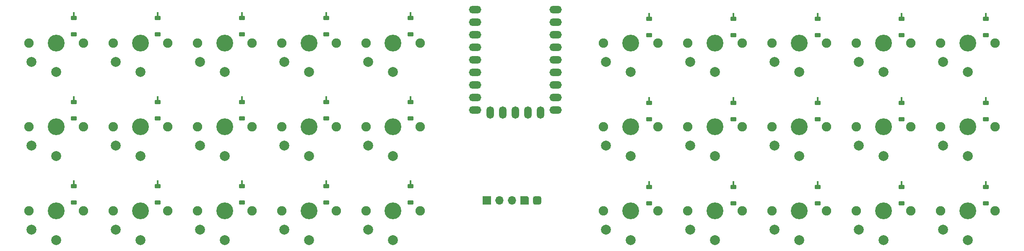
<source format=gbs>
%TF.GenerationSoftware,KiCad,Pcbnew,7.0.2*%
%TF.CreationDate,2023-06-15T14:07:21-05:00*%
%TF.ProjectId,Capsule,43617073-756c-4652-9e6b-696361645f70,1.0*%
%TF.SameCoordinates,Original*%
%TF.FileFunction,Soldermask,Bot*%
%TF.FilePolarity,Negative*%
%FSLAX46Y46*%
G04 Gerber Fmt 4.6, Leading zero omitted, Abs format (unit mm)*
G04 Created by KiCad (PCBNEW 7.0.2) date 2023-06-15 14:07:21*
%MOMM*%
%LPD*%
G01*
G04 APERTURE LIST*
G04 Aperture macros list*
%AMRoundRect*
0 Rectangle with rounded corners*
0 $1 Rounding radius*
0 $2 $3 $4 $5 $6 $7 $8 $9 X,Y pos of 4 corners*
0 Add a 4 corners polygon primitive as box body*
4,1,4,$2,$3,$4,$5,$6,$7,$8,$9,$2,$3,0*
0 Add four circle primitives for the rounded corners*
1,1,$1+$1,$2,$3*
1,1,$1+$1,$4,$5*
1,1,$1+$1,$6,$7*
1,1,$1+$1,$8,$9*
0 Add four rect primitives between the rounded corners*
20,1,$1+$1,$2,$3,$4,$5,0*
20,1,$1+$1,$4,$5,$6,$7,0*
20,1,$1+$1,$6,$7,$8,$9,0*
20,1,$1+$1,$8,$9,$2,$3,0*%
%AMOutline5P*
0 Free polygon, 5 corners , with rotation*
0 The origin of the aperture is its center*
0 number of corners: always 5*
0 $1 to $10 corner X, Y*
0 $11 Rotation angle, in degrees counterclockwise*
0 create outline with 5 corners*
4,1,5,$1,$2,$3,$4,$5,$6,$7,$8,$9,$10,$1,$2,$11*%
%AMOutline6P*
0 Free polygon, 6 corners , with rotation*
0 The origin of the aperture is its center*
0 number of corners: always 6*
0 $1 to $12 corner X, Y*
0 $13 Rotation angle, in degrees counterclockwise*
0 create outline with 6 corners*
4,1,6,$1,$2,$3,$4,$5,$6,$7,$8,$9,$10,$11,$12,$1,$2,$13*%
%AMOutline7P*
0 Free polygon, 7 corners , with rotation*
0 The origin of the aperture is its center*
0 number of corners: always 7*
0 $1 to $14 corner X, Y*
0 $15 Rotation angle, in degrees counterclockwise*
0 create outline with 7 corners*
4,1,7,$1,$2,$3,$4,$5,$6,$7,$8,$9,$10,$11,$12,$13,$14,$1,$2,$15*%
%AMOutline8P*
0 Free polygon, 8 corners , with rotation*
0 The origin of the aperture is its center*
0 number of corners: always 8*
0 $1 to $16 corner X, Y*
0 $17 Rotation angle, in degrees counterclockwise*
0 create outline with 8 corners*
4,1,8,$1,$2,$3,$4,$5,$6,$7,$8,$9,$10,$11,$12,$13,$14,$15,$16,$1,$2,$17*%
G04 Aperture macros list end*
%ADD10C,1.900000*%
%ADD11C,3.400000*%
%ADD12C,2.000000*%
%ADD13RoundRect,0.425000X-0.425000X0.425000X-0.425000X-0.425000X0.425000X-0.425000X0.425000X0.425000X0*%
%ADD14Outline5P,-0.850000X0.510000X-0.510000X0.850000X0.850000X0.850000X0.850000X-0.850000X-0.850000X-0.850000X270.000000*%
%ADD15O,1.700000X1.700000*%
%ADD16R,1.700000X1.700000*%
%ADD17R,0.300000X1.275000*%
%ADD18RoundRect,0.225000X-0.375000X0.225000X-0.375000X-0.225000X0.375000X-0.225000X0.375000X0.225000X0*%
%ADD19O,2.500000X1.500000*%
%ADD20O,1.500000X2.500000*%
G04 APERTURE END LIST*
D10*
%TO.C,SW15*%
X95000000Y-45600000D03*
D11*
X100500000Y-45600000D03*
D10*
X106000000Y-45600000D03*
D12*
X100500000Y-51500000D03*
X95500000Y-49400000D03*
%TD*%
D10*
%TO.C,SW19*%
X194000000Y-45600000D03*
D11*
X199500000Y-45600000D03*
D10*
X205000000Y-45600000D03*
D12*
X199500000Y-51500000D03*
X194500000Y-49400000D03*
%TD*%
D13*
%TO.C,Connector1*%
X129620000Y-60500000D03*
D14*
X127080000Y-60500000D03*
D15*
X124540000Y-60500000D03*
X122000000Y-60500000D03*
D16*
X119460000Y-60500000D03*
%TD*%
D10*
%TO.C,SW11*%
X27000000Y-45600000D03*
D11*
X32500000Y-45600000D03*
D10*
X38000000Y-45600000D03*
D12*
X32500000Y-51500000D03*
X27500000Y-49400000D03*
%TD*%
D10*
%TO.C,SW10*%
X211000000Y-28600000D03*
D11*
X216500000Y-28600000D03*
D10*
X222000000Y-28600000D03*
D12*
X216500000Y-34500000D03*
X211500000Y-32400000D03*
%TD*%
D10*
%TO.C,SW22*%
X44000000Y-62600000D03*
D11*
X49500000Y-62600000D03*
D10*
X55000000Y-62600000D03*
D12*
X49500000Y-68500000D03*
X44500000Y-66400000D03*
%TD*%
D10*
%TO.C,SW17*%
X160000000Y-45600000D03*
D11*
X165500000Y-45600000D03*
D10*
X171000000Y-45600000D03*
D12*
X165500000Y-51500000D03*
X160500000Y-49400000D03*
%TD*%
D10*
%TO.C,SW16*%
X143000000Y-45600000D03*
D11*
X148500000Y-45600000D03*
D10*
X154000000Y-45600000D03*
D12*
X148500000Y-51500000D03*
X143500000Y-49400000D03*
%TD*%
D10*
%TO.C,SW24*%
X78000000Y-62600000D03*
D11*
X83500000Y-62600000D03*
D10*
X89000000Y-62600000D03*
D12*
X83500000Y-68500000D03*
X78500000Y-66400000D03*
%TD*%
D10*
%TO.C,SW29*%
X194000000Y-62600000D03*
D11*
X199500000Y-62600000D03*
D10*
X205000000Y-62600000D03*
D12*
X199500000Y-68500000D03*
X194500000Y-66400000D03*
%TD*%
D10*
%TO.C,SW14*%
X78000000Y-45600000D03*
D11*
X83500000Y-45600000D03*
D10*
X89000000Y-45600000D03*
D12*
X83500000Y-51500000D03*
X78500000Y-49400000D03*
%TD*%
D10*
%TO.C,SW5*%
X95000000Y-28600000D03*
D11*
X100500000Y-28600000D03*
D10*
X106000000Y-28600000D03*
D12*
X100500000Y-34500000D03*
X95500000Y-32400000D03*
%TD*%
D10*
%TO.C,SW27*%
X160000000Y-62600000D03*
D11*
X165500000Y-62600000D03*
D10*
X171000000Y-62600000D03*
D12*
X165500000Y-68500000D03*
X160500000Y-66400000D03*
%TD*%
D10*
%TO.C,SW1*%
X27000000Y-28600000D03*
D11*
X32500000Y-28600000D03*
D10*
X38000000Y-28600000D03*
D12*
X32500000Y-34500000D03*
X27500000Y-32400000D03*
%TD*%
D10*
%TO.C,SW28*%
X177000000Y-62600000D03*
D11*
X182500000Y-62600000D03*
D10*
X188000000Y-62600000D03*
D12*
X182500000Y-68500000D03*
X177500000Y-66400000D03*
%TD*%
D10*
%TO.C,SW21*%
X27000000Y-62600000D03*
D11*
X32500000Y-62600000D03*
D10*
X38000000Y-62600000D03*
D12*
X32500000Y-68500000D03*
X27500000Y-66400000D03*
%TD*%
D10*
%TO.C,SW26*%
X143000000Y-62600000D03*
D11*
X148500000Y-62600000D03*
D10*
X154000000Y-62600000D03*
D12*
X148500000Y-68500000D03*
X143500000Y-66400000D03*
%TD*%
D10*
%TO.C,SW20*%
X211000000Y-45600000D03*
D11*
X216500000Y-45600000D03*
D10*
X222000000Y-45600000D03*
D12*
X216500000Y-51500000D03*
X211500000Y-49400000D03*
%TD*%
D10*
%TO.C,SW25*%
X95000000Y-62600000D03*
D11*
X100500000Y-62600000D03*
D10*
X106000000Y-62600000D03*
D12*
X100500000Y-68500000D03*
X95500000Y-66400000D03*
%TD*%
D10*
%TO.C,SW3*%
X61000000Y-28600000D03*
D11*
X66500000Y-28600000D03*
D10*
X72000000Y-28600000D03*
D12*
X66500000Y-34500000D03*
X61500000Y-32400000D03*
%TD*%
D10*
%TO.C,SW12*%
X44000000Y-45600000D03*
D11*
X49500000Y-45600000D03*
D10*
X55000000Y-45600000D03*
D12*
X49500000Y-51500000D03*
X44500000Y-49400000D03*
%TD*%
D10*
%TO.C,SW4*%
X78000000Y-28600000D03*
D11*
X83500000Y-28600000D03*
D10*
X89000000Y-28600000D03*
D12*
X83500000Y-34500000D03*
X78500000Y-32400000D03*
%TD*%
D10*
%TO.C,SW18*%
X177000000Y-45600000D03*
D11*
X182500000Y-45600000D03*
D10*
X188000000Y-45600000D03*
D12*
X182500000Y-51500000D03*
X177500000Y-49400000D03*
%TD*%
D10*
%TO.C,SW23*%
X61000000Y-62600000D03*
D11*
X66500000Y-62600000D03*
D10*
X72000000Y-62600000D03*
D12*
X66500000Y-68500000D03*
X61500000Y-66400000D03*
%TD*%
D10*
%TO.C,SW30*%
X211000000Y-62600000D03*
D11*
X216500000Y-62600000D03*
D10*
X222000000Y-62600000D03*
D12*
X216500000Y-68500000D03*
X211500000Y-66400000D03*
%TD*%
D10*
%TO.C,SW2*%
X44000000Y-28600000D03*
D11*
X49500000Y-28600000D03*
D10*
X55000000Y-28600000D03*
D12*
X49500000Y-34500000D03*
X44500000Y-32400000D03*
%TD*%
D10*
%TO.C,SW8*%
X177000000Y-28600000D03*
D11*
X182500000Y-28600000D03*
D10*
X188000000Y-28600000D03*
D12*
X182500000Y-34500000D03*
X177500000Y-32400000D03*
%TD*%
D10*
%TO.C,SW13*%
X61000000Y-45600000D03*
D11*
X66500000Y-45600000D03*
D10*
X72000000Y-45600000D03*
D12*
X66500000Y-51500000D03*
X61500000Y-49400000D03*
%TD*%
D10*
%TO.C,SW6*%
X143000000Y-28600000D03*
D11*
X148500000Y-28600000D03*
D10*
X154000000Y-28600000D03*
D12*
X148500000Y-34500000D03*
X143500000Y-32400000D03*
%TD*%
D10*
%TO.C,SW7*%
X160000000Y-28600000D03*
D11*
X165500000Y-28600000D03*
D10*
X171000000Y-28600000D03*
D12*
X165500000Y-34500000D03*
X160500000Y-32400000D03*
%TD*%
D10*
%TO.C,SW9*%
X194000000Y-28600000D03*
D11*
X199500000Y-28600000D03*
D10*
X205000000Y-28600000D03*
D12*
X199500000Y-34500000D03*
X194500000Y-32400000D03*
%TD*%
D17*
%TO.C,D19*%
X203200000Y-40162500D03*
D18*
X203200000Y-40750000D03*
X203200000Y-44050000D03*
%TD*%
D17*
%TO.C,D15*%
X104000000Y-39962500D03*
D18*
X104000000Y-40550000D03*
X104000000Y-43850000D03*
%TD*%
D17*
%TO.C,D13*%
X70000000Y-39962500D03*
D18*
X70000000Y-40550000D03*
X70000000Y-43850000D03*
%TD*%
D17*
%TO.C,D22*%
X53000000Y-56962500D03*
D18*
X53000000Y-57550000D03*
X53000000Y-60850000D03*
%TD*%
D19*
%TO.C,U1*%
X117080000Y-21840000D03*
X117080000Y-24380000D03*
X117080000Y-26920000D03*
X117080000Y-29460000D03*
X117080000Y-32000000D03*
X117080000Y-34540000D03*
X117080000Y-37080000D03*
X117080000Y-39620000D03*
X117080000Y-42160000D03*
D20*
X120120000Y-42660000D03*
X122660000Y-42660000D03*
X125200000Y-42660000D03*
X127740000Y-42660000D03*
X130280000Y-42660000D03*
D19*
X133320000Y-42160000D03*
X133320000Y-39620000D03*
X133320000Y-37080000D03*
X133320000Y-34540000D03*
X133320000Y-32000000D03*
X133320000Y-29460000D03*
X133320000Y-26920000D03*
X133320000Y-24380000D03*
X133320000Y-21840000D03*
%TD*%
D17*
%TO.C,D27*%
X169200000Y-57162500D03*
D18*
X169200000Y-57750000D03*
X169200000Y-61050000D03*
%TD*%
D17*
%TO.C,D16*%
X152200000Y-40162500D03*
D18*
X152200000Y-40750000D03*
X152200000Y-44050000D03*
%TD*%
D17*
%TO.C,D6*%
X152200000Y-23162500D03*
D18*
X152200000Y-23750000D03*
X152200000Y-27050000D03*
%TD*%
D17*
%TO.C,D11*%
X36000000Y-39962500D03*
D18*
X36000000Y-40550000D03*
X36000000Y-43850000D03*
%TD*%
D17*
%TO.C,D26*%
X152200000Y-57162500D03*
D18*
X152200000Y-57750000D03*
X152200000Y-61050000D03*
%TD*%
D17*
%TO.C,D23*%
X70000000Y-56962500D03*
D18*
X70000000Y-57550000D03*
X70000000Y-60850000D03*
%TD*%
D17*
%TO.C,D12*%
X53000000Y-39962500D03*
D18*
X53000000Y-40550000D03*
X53000000Y-43850000D03*
%TD*%
D17*
%TO.C,D2*%
X53000000Y-22962500D03*
D18*
X53000000Y-23550000D03*
X53000000Y-26850000D03*
%TD*%
D17*
%TO.C,D17*%
X169200000Y-40162500D03*
D18*
X169200000Y-40750000D03*
X169200000Y-44050000D03*
%TD*%
D17*
%TO.C,D3*%
X70000000Y-22962500D03*
D18*
X70000000Y-23550000D03*
X70000000Y-26850000D03*
%TD*%
D17*
%TO.C,D29*%
X203200000Y-57162500D03*
D18*
X203200000Y-57750000D03*
X203200000Y-61050000D03*
%TD*%
D17*
%TO.C,D20*%
X220200000Y-40162500D03*
D18*
X220200000Y-40750000D03*
X220200000Y-44050000D03*
%TD*%
D17*
%TO.C,D18*%
X186200000Y-40162500D03*
D18*
X186200000Y-40750000D03*
X186200000Y-44050000D03*
%TD*%
D17*
%TO.C,D14*%
X87000000Y-39962500D03*
D18*
X87000000Y-40550000D03*
X87000000Y-43850000D03*
%TD*%
D17*
%TO.C,D5*%
X104000000Y-22962500D03*
D18*
X104000000Y-23550000D03*
X104000000Y-26850000D03*
%TD*%
D17*
%TO.C,D1*%
X36000000Y-22962500D03*
D18*
X36000000Y-23550000D03*
X36000000Y-26850000D03*
%TD*%
D17*
%TO.C,D30*%
X220200000Y-57162500D03*
D18*
X220200000Y-57750000D03*
X220200000Y-61050000D03*
%TD*%
D17*
%TO.C,D21*%
X36000000Y-56962500D03*
D18*
X36000000Y-57550000D03*
X36000000Y-60850000D03*
%TD*%
D17*
%TO.C,D25*%
X104000000Y-56962500D03*
D18*
X104000000Y-57550000D03*
X104000000Y-60850000D03*
%TD*%
D17*
%TO.C,D8*%
X186200000Y-23162500D03*
D18*
X186200000Y-23750000D03*
X186200000Y-27050000D03*
%TD*%
D17*
%TO.C,D28*%
X186200000Y-57162500D03*
D18*
X186200000Y-57750000D03*
X186200000Y-61050000D03*
%TD*%
D17*
%TO.C,D24*%
X87000000Y-56962500D03*
D18*
X87000000Y-57550000D03*
X87000000Y-60850000D03*
%TD*%
D17*
%TO.C,D7*%
X169200000Y-23162500D03*
D18*
X169200000Y-23750000D03*
X169200000Y-27050000D03*
%TD*%
D17*
%TO.C,D10*%
X220200000Y-23162500D03*
D18*
X220200000Y-23750000D03*
X220200000Y-27050000D03*
%TD*%
D17*
%TO.C,D9*%
X203200000Y-23162500D03*
D18*
X203200000Y-23750000D03*
X203200000Y-27050000D03*
%TD*%
D17*
%TO.C,D4*%
X87000000Y-22962500D03*
D18*
X87000000Y-23550000D03*
X87000000Y-26850000D03*
%TD*%
M02*

</source>
